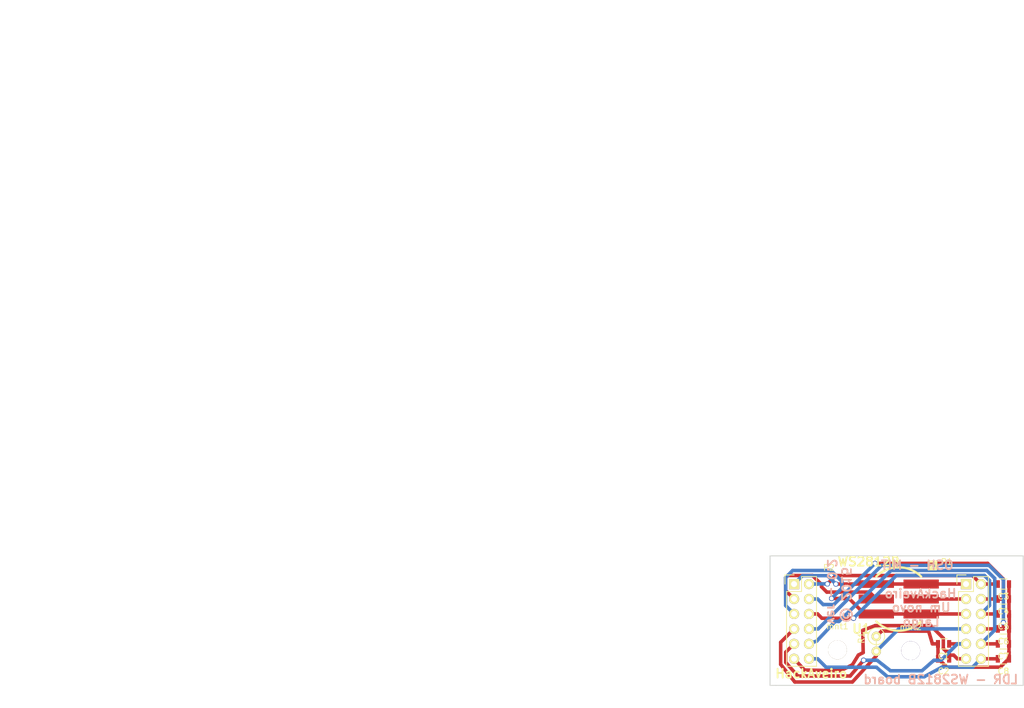
<source format=kicad_pcb>
(kicad_pcb (version 4) (host pcbnew "(2014-08-21 BZR 5087)-product")

  (general
    (links 34)
    (no_connects 0)
    (area 127.924999 92.924999 171.075001 115.075001)
    (thickness 1.6)
    (drawings 14)
    (tracks 146)
    (zones 0)
    (modules 15)
    (nets 15)
  )

  (page A4)
  (layers
    (0 F.Cu signal)
    (31 B.Cu signal)
    (32 B.Adhes user)
    (33 F.Adhes user)
    (34 B.Paste user)
    (35 F.Paste user)
    (36 B.SilkS user)
    (37 F.SilkS user)
    (38 B.Mask user)
    (39 F.Mask user)
    (40 Dwgs.User user)
    (41 Cmts.User user)
    (42 Eco1.User user)
    (43 Eco2.User user)
    (44 Edge.Cuts user)
    (45 Margin user)
    (46 B.CrtYd user)
    (47 F.CrtYd user)
    (48 B.Fab user hide)
    (49 F.Fab user hide)
  )

  (setup
    (last_trace_width 0.6)
    (trace_clearance 0.254)
    (zone_clearance 0.6)
    (zone_45_only no)
    (trace_min 0.254)
    (segment_width 0.2)
    (edge_width 0.15)
    (via_size 0.889)
    (via_drill 0.635)
    (via_min_size 0.889)
    (via_min_drill 0.508)
    (uvia_size 0.508)
    (uvia_drill 0.127)
    (uvias_allowed no)
    (uvia_min_size 0.508)
    (uvia_min_drill 0.127)
    (pcb_text_width 0.3)
    (pcb_text_size 1.5 1.5)
    (mod_edge_width 0.15)
    (mod_text_size 1.5 1.5)
    (mod_text_width 0.15)
    (pad_size 3.2 3.2)
    (pad_drill 3.2)
    (pad_to_mask_clearance 0.2)
    (aux_axis_origin 0 0)
    (visible_elements FFFFFF7F)
    (pcbplotparams
      (layerselection 0x010f0_80000001)
      (usegerberextensions false)
      (excludeedgelayer true)
      (linewidth 0.100000)
      (plotframeref false)
      (viasonmask false)
      (mode 1)
      (useauxorigin false)
      (hpglpennumber 1)
      (hpglpenspeed 20)
      (hpglpendiameter 15)
      (hpglpenoverlay 2)
      (psnegative false)
      (psa4output false)
      (plotreference true)
      (plotvalue true)
      (plotinvisibletext false)
      (padsonsilk false)
      (subtractmaskfromsilk false)
      (outputformat 1)
      (mirror false)
      (drillshape 0)
      (scaleselection 1)
      (outputdirectory gerber/))
  )

  (net 0 "")
  (net 1 "Net-(C1-Pad1)")
  (net 2 LDR_OUT)
  (net 3 "Net-(C2-Pad1)")
  (net 4 "Net-(C3-Pad2)")
  (net 5 "Net-(C4-Pad2)")
  (net 6 "Net-(C5-Pad2)")
  (net 7 "Net-(C6-Pad2)")
  (net 8 "Net-(C7-Pad2)")
  (net 9 "Net-(C8-Pad2)")
  (net 10 Data_OUT)
  (net 11 VCC)
  (net 12 Data_IN)
  (net 13 GND)
  (net 14 LDR_GND)

  (net_class Default "Esta é a classe de net default."
    (clearance 0.254)
    (trace_width 0.6)
    (via_dia 0.889)
    (via_drill 0.635)
    (uvia_dia 0.508)
    (uvia_drill 0.127)
    (add_net Data_IN)
    (add_net Data_OUT)
    (add_net GND)
    (add_net LDR_GND)
    (add_net LDR_OUT)
    (add_net "Net-(C1-Pad1)")
    (add_net "Net-(C2-Pad1)")
    (add_net "Net-(C3-Pad2)")
    (add_net "Net-(C4-Pad2)")
    (add_net "Net-(C5-Pad2)")
    (add_net "Net-(C6-Pad2)")
    (add_net "Net-(C7-Pad2)")
    (add_net "Net-(C8-Pad2)")
    (add_net VCC)
  )

  (module LOGO (layer F.Cu) (tedit 5503434C) (tstamp 55034356)
    (at 0 0)
    (fp_text reference G*** (at 0 0) (layer F.SilkS) hide
      (effects (font (thickness 0.3)))
    )
    (fp_text value LOGO (at 3.81 2.54) (layer F.SilkS) hide
      (effects (font (thickness 0.3)))
    )
  )

  (module Pin_Headers:Pin_Header_Straight_2x06 (layer F.Cu) (tedit 55033D70) (tstamp 550345F0)
    (at 161.29 97.79)
    (descr "Through hole pin header")
    (tags "pin header")
    (path /54F63DA4)
    (fp_text reference P1 (at -3.29 -3.79) (layer F.SilkS)
      (effects (font (size 1 1) (thickness 0.15)))
    )
    (fp_text value INPUT (at 2.71 -2.79) (layer F.Fab)
      (effects (font (size 1 1) (thickness 0.15)))
    )
    (fp_line (start -1.75 -1.75) (end -1.75 14.45) (layer F.CrtYd) (width 0.05))
    (fp_line (start 4.3 -1.75) (end 4.3 14.45) (layer F.CrtYd) (width 0.05))
    (fp_line (start -1.75 -1.75) (end 4.3 -1.75) (layer F.CrtYd) (width 0.05))
    (fp_line (start -1.75 14.45) (end 4.3 14.45) (layer F.CrtYd) (width 0.05))
    (fp_line (start 3.81 13.97) (end 3.81 -1.27) (layer F.SilkS) (width 0.15))
    (fp_line (start -1.27 1.27) (end -1.27 13.97) (layer F.SilkS) (width 0.15))
    (fp_line (start 3.81 13.97) (end -1.27 13.97) (layer F.SilkS) (width 0.15))
    (fp_line (start 3.81 -1.27) (end 1.27 -1.27) (layer F.SilkS) (width 0.15))
    (fp_line (start 0 -1.55) (end -1.55 -1.55) (layer F.SilkS) (width 0.15))
    (fp_line (start 1.27 -1.27) (end 1.27 1.27) (layer F.SilkS) (width 0.15))
    (fp_line (start 1.27 1.27) (end -1.27 1.27) (layer F.SilkS) (width 0.15))
    (fp_line (start -1.55 -1.55) (end -1.55 0) (layer F.SilkS) (width 0.15))
    (pad 1 thru_hole rect (at 0 0) (size 1.7272 1.7272) (drill 1.016) (layers *.Cu *.Mask F.SilkS)
      (net 11 VCC))
    (pad 2 thru_hole oval (at 2.54 0) (size 1.7272 1.7272) (drill 1.016) (layers *.Cu *.Mask F.SilkS)
      (net 4 "Net-(C3-Pad2)"))
    (pad 3 thru_hole oval (at 0 2.54) (size 1.7272 1.7272) (drill 1.016) (layers *.Cu *.Mask F.SilkS)
      (net 12 Data_IN))
    (pad 4 thru_hole oval (at 2.54 2.54) (size 1.7272 1.7272) (drill 1.016) (layers *.Cu *.Mask F.SilkS)
      (net 5 "Net-(C4-Pad2)"))
    (pad 5 thru_hole oval (at 0 5.08) (size 1.7272 1.7272) (drill 1.016) (layers *.Cu *.Mask F.SilkS)
      (net 13 GND))
    (pad 6 thru_hole oval (at 2.54 5.08) (size 1.7272 1.7272) (drill 1.016) (layers *.Cu *.Mask F.SilkS)
      (net 6 "Net-(C5-Pad2)"))
    (pad 7 thru_hole oval (at 0 7.62) (size 1.7272 1.7272) (drill 1.016) (layers *.Cu *.Mask F.SilkS)
      (net 14 LDR_GND))
    (pad 8 thru_hole oval (at 2.54 7.62) (size 1.7272 1.7272) (drill 1.016) (layers *.Cu *.Mask F.SilkS)
      (net 7 "Net-(C6-Pad2)"))
    (pad 9 thru_hole oval (at 0 10.16) (size 1.7272 1.7272) (drill 1.016) (layers *.Cu *.Mask F.SilkS)
      (net 1 "Net-(C1-Pad1)"))
    (pad 10 thru_hole oval (at 2.54 10.16) (size 1.7272 1.7272) (drill 1.016) (layers *.Cu *.Mask F.SilkS)
      (net 8 "Net-(C7-Pad2)"))
    (pad 11 thru_hole oval (at 0 12.7) (size 1.7272 1.7272) (drill 1.016) (layers *.Cu *.Mask F.SilkS)
      (net 3 "Net-(C2-Pad1)"))
    (pad 12 thru_hole oval (at 2.54 12.7) (size 1.7272 1.7272) (drill 1.016) (layers *.Cu *.Mask F.SilkS)
      (net 9 "Net-(C8-Pad2)"))
    (model Pin_Headers.3dshapes/Pin_Header_Straight_2x06.wrl
      (at (xyz 0.05 -0.25 0))
      (scale (xyz 1 1 1))
      (rotate (xyz 0 0 90))
    )
  )

  (module Pin_Headers:Pin_Header_Straight_2x06 (layer F.Cu) (tedit 55033D7D) (tstamp 550336F7)
    (at 132.08 97.79)
    (descr "Through hole pin header")
    (tags "pin header")
    (path /54F63F7D)
    (fp_text reference P2 (at 5.92 -2.79) (layer F.SilkS)
      (effects (font (size 1 1) (thickness 0.15)))
    )
    (fp_text value OUTPUT (at 0 -3.1) (layer F.Fab)
      (effects (font (size 1 1) (thickness 0.15)))
    )
    (fp_line (start -1.75 -1.75) (end -1.75 14.45) (layer F.CrtYd) (width 0.05))
    (fp_line (start 4.3 -1.75) (end 4.3 14.45) (layer F.CrtYd) (width 0.05))
    (fp_line (start -1.75 -1.75) (end 4.3 -1.75) (layer F.CrtYd) (width 0.05))
    (fp_line (start -1.75 14.45) (end 4.3 14.45) (layer F.CrtYd) (width 0.05))
    (fp_line (start 3.81 13.97) (end 3.81 -1.27) (layer F.SilkS) (width 0.15))
    (fp_line (start -1.27 1.27) (end -1.27 13.97) (layer F.SilkS) (width 0.15))
    (fp_line (start 3.81 13.97) (end -1.27 13.97) (layer F.SilkS) (width 0.15))
    (fp_line (start 3.81 -1.27) (end 1.27 -1.27) (layer F.SilkS) (width 0.15))
    (fp_line (start 0 -1.55) (end -1.55 -1.55) (layer F.SilkS) (width 0.15))
    (fp_line (start 1.27 -1.27) (end 1.27 1.27) (layer F.SilkS) (width 0.15))
    (fp_line (start 1.27 1.27) (end -1.27 1.27) (layer F.SilkS) (width 0.15))
    (fp_line (start -1.55 -1.55) (end -1.55 0) (layer F.SilkS) (width 0.15))
    (pad 1 thru_hole rect (at 0 0) (size 1.7272 1.7272) (drill 1.016) (layers *.Cu *.Mask F.SilkS)
      (net 11 VCC))
    (pad 2 thru_hole oval (at 2.54 0) (size 1.7272 1.7272) (drill 1.016) (layers *.Cu *.Mask F.SilkS)
      (net 4 "Net-(C3-Pad2)"))
    (pad 3 thru_hole oval (at 0 2.54) (size 1.7272 1.7272) (drill 1.016) (layers *.Cu *.Mask F.SilkS)
      (net 10 Data_OUT))
    (pad 4 thru_hole oval (at 2.54 2.54) (size 1.7272 1.7272) (drill 1.016) (layers *.Cu *.Mask F.SilkS)
      (net 5 "Net-(C4-Pad2)"))
    (pad 5 thru_hole oval (at 0 5.08) (size 1.7272 1.7272) (drill 1.016) (layers *.Cu *.Mask F.SilkS)
      (net 13 GND))
    (pad 6 thru_hole oval (at 2.54 5.08) (size 1.7272 1.7272) (drill 1.016) (layers *.Cu *.Mask F.SilkS)
      (net 6 "Net-(C5-Pad2)"))
    (pad 7 thru_hole oval (at 0 7.62) (size 1.7272 1.7272) (drill 1.016) (layers *.Cu *.Mask F.SilkS)
      (net 14 LDR_GND))
    (pad 8 thru_hole oval (at 2.54 7.62) (size 1.7272 1.7272) (drill 1.016) (layers *.Cu *.Mask F.SilkS)
      (net 7 "Net-(C6-Pad2)"))
    (pad 9 thru_hole oval (at 0 10.16) (size 1.7272 1.7272) (drill 1.016) (layers *.Cu *.Mask F.SilkS)
      (net 1 "Net-(C1-Pad1)"))
    (pad 10 thru_hole oval (at 2.54 10.16) (size 1.7272 1.7272) (drill 1.016) (layers *.Cu *.Mask F.SilkS)
      (net 8 "Net-(C7-Pad2)"))
    (pad 11 thru_hole oval (at 0 12.7) (size 1.7272 1.7272) (drill 1.016) (layers *.Cu *.Mask F.SilkS)
      (net 3 "Net-(C2-Pad1)"))
    (pad 12 thru_hole oval (at 2.54 12.7) (size 1.7272 1.7272) (drill 1.016) (layers *.Cu *.Mask F.SilkS)
      (net 9 "Net-(C8-Pad2)"))
    (model Pin_Headers.3dshapes/Pin_Header_Straight_2x06.wrl
      (at (xyz 0.05 -0.25 0))
      (scale (xyz 1 1 1))
      (rotate (xyz 0 0 90))
    )
  )

  (module Discret:R1 (layer F.Cu) (tedit 550339EA) (tstamp 550336FF)
    (at 146.05 107.95 270)
    (descr "Resistance verticale")
    (tags R)
    (path /54C7CC88)
    (fp_text reference R1 (at -1.016 2.54 270) (layer F.SilkS)
      (effects (font (size 1 1) (thickness 0.15)))
    )
    (fp_text value RVAR (at -1.143 2.54 270) (layer F.Fab)
      (effects (font (size 1 1) (thickness 0.15)))
    )
    (fp_line (start -1.27 0) (end 1.27 0) (layer F.SilkS) (width 0.15))
    (fp_circle (center -1.27 0) (end -0.635 1.27) (layer F.SilkS) (width 0.15))
    (pad 1 thru_hole circle (at -1.27 0 270) (size 1.6 1.6) (drill 0.8128) (layers *.Cu *.Mask F.SilkS)
      (net 2 LDR_OUT))
    (pad 2 thru_hole circle (at 1.27 0 270) (size 1.6 1.6) (drill 0.8128) (layers *.Cu *.Mask F.SilkS)
      (net 14 LDR_GND))
    (model Discret.3dshapes/R1.wrl
      (at (xyz 0 0 0))
      (scale (xyz 1 1 1))
      (rotate (xyz 0 0 0))
    )
  )

  (module u:u (layer F.Cu) (tedit 54C7A931) (tstamp 55033713)
    (at 149.86 100.33)
    (path /54C7CA2B)
    (fp_text reference U1 (at -6.35 5.08) (layer F.SilkS)
      (effects (font (thickness 0.3048)))
    )
    (fp_text value WS2812B (at -5.08 -6.35) (layer F.SilkS)
      (effects (font (thickness 0.3048)))
    )
    (fp_line (start 5.08 -6.35) (end 5.08 -5.08) (layer F.SilkS) (width 0.381))
    (fp_line (start 5.08 -5.08) (end 6.35 -5.08) (layer F.SilkS) (width 0.381))
    (fp_line (start 6.35 -5.08) (end 6.35 -6.35) (layer F.SilkS) (width 0.381))
    (fp_line (start 6.35 -6.35) (end 5.08 -5.08) (layer F.SilkS) (width 0.381))
    (fp_line (start 5.08 -5.08) (end 5.08 -6.35) (layer F.SilkS) (width 0.381))
    (fp_line (start 6.35 -6.35) (end 6.35 -5.08) (layer F.SilkS) (width 0.381))
    (fp_line (start 5.08 -6.35) (end 6.35 -6.35) (layer F.SilkS) (width 0.381))
    (fp_line (start 5.08 -5.08) (end 6.35 -5.08) (layer F.SilkS) (width 0.381))
    (fp_arc (start 0 0) (end -3.81 -3.81) (angle 90) (layer F.SilkS) (width 0.381))
    (fp_arc (start 0 0) (end 3.81 3.81) (angle 90) (layer F.SilkS) (width 0.381))
    (pad 1 smd rect (at 3.81 -2.54) (size 5.99948 1.524) (layers F.Cu F.Paste F.Mask)
      (net 11 VCC))
    (pad 2 smd rect (at 3.81 0) (size 5.99948 1.524) (layers F.Cu F.Paste F.Mask)
      (net 12 Data_IN))
    (pad 3 smd rect (at 3.81 2.54) (size 5.99948 1.524) (layers F.Cu F.Paste F.Mask)
      (net 13 GND))
    (pad 4 smd rect (at -3.81 2.54) (size 5.99948 1.524) (layers F.Cu F.Paste F.Mask)
      (net 13 GND))
    (pad 5 smd rect (at -3.81 0) (size 5.99948 1.524) (layers F.Cu F.Paste F.Mask)
      (net 10 Data_OUT))
    (pad 6 smd rect (at -3.81 -2.54) (size 5.99948 1.30048) (layers F.Cu F.Paste F.Mask)
      (net 11 VCC))
  )

  (module Resistors_SMD:R_0805 (layer F.Cu) (tedit 5415CDEB) (tstamp 55033844)
    (at 157.48 107.95 180)
    (descr "Resistor SMD 0805, reflow soldering, Vishay (see dcrcw.pdf)")
    (tags "resistor 0805")
    (path /54C7CDA7)
    (attr smd)
    (fp_text reference C1 (at 0 -2.1 180) (layer F.SilkS)
      (effects (font (size 1 1) (thickness 0.15)))
    )
    (fp_text value C (at 0 2.1 180) (layer F.Fab)
      (effects (font (size 1 1) (thickness 0.15)))
    )
    (fp_line (start -1.6 -1) (end 1.6 -1) (layer F.CrtYd) (width 0.05))
    (fp_line (start -1.6 1) (end 1.6 1) (layer F.CrtYd) (width 0.05))
    (fp_line (start -1.6 -1) (end -1.6 1) (layer F.CrtYd) (width 0.05))
    (fp_line (start 1.6 -1) (end 1.6 1) (layer F.CrtYd) (width 0.05))
    (fp_line (start 0.6 0.875) (end -0.6 0.875) (layer F.SilkS) (width 0.15))
    (fp_line (start -0.6 -0.875) (end 0.6 -0.875) (layer F.SilkS) (width 0.15))
    (pad 1 smd rect (at -0.95 0 180) (size 0.7 1.3) (layers F.Cu F.Paste F.Mask)
      (net 1 "Net-(C1-Pad1)"))
    (pad 2 smd rect (at 0.95 0 180) (size 0.7 1.3) (layers F.Cu F.Paste F.Mask)
      (net 2 LDR_OUT))
    (model Resistors_SMD.3dshapes/R_0805.wrl
      (at (xyz 0 0 0))
      (scale (xyz 1 1 1))
      (rotate (xyz 0 0 0))
    )
  )

  (module Resistors_SMD:R_0805 (layer F.Cu) (tedit 5415CDEB) (tstamp 5503384F)
    (at 157.48 110.49 180)
    (descr "Resistor SMD 0805, reflow soldering, Vishay (see dcrcw.pdf)")
    (tags "resistor 0805")
    (path /54C7CDA4)
    (attr smd)
    (fp_text reference C2 (at 0 -2.1 180) (layer F.SilkS)
      (effects (font (size 1 1) (thickness 0.15)))
    )
    (fp_text value C (at 0 2.1 180) (layer F.Fab)
      (effects (font (size 1 1) (thickness 0.15)))
    )
    (fp_line (start -1.6 -1) (end 1.6 -1) (layer F.CrtYd) (width 0.05))
    (fp_line (start -1.6 1) (end 1.6 1) (layer F.CrtYd) (width 0.05))
    (fp_line (start -1.6 -1) (end -1.6 1) (layer F.CrtYd) (width 0.05))
    (fp_line (start 1.6 -1) (end 1.6 1) (layer F.CrtYd) (width 0.05))
    (fp_line (start 0.6 0.875) (end -0.6 0.875) (layer F.SilkS) (width 0.15))
    (fp_line (start -0.6 -0.875) (end 0.6 -0.875) (layer F.SilkS) (width 0.15))
    (pad 1 smd rect (at -0.95 0 180) (size 0.7 1.3) (layers F.Cu F.Paste F.Mask)
      (net 3 "Net-(C2-Pad1)"))
    (pad 2 smd rect (at 0.95 0 180) (size 0.7 1.3) (layers F.Cu F.Paste F.Mask)
      (net 2 LDR_OUT))
    (model Resistors_SMD.3dshapes/R_0805.wrl
      (at (xyz 0 0 0))
      (scale (xyz 1 1 1))
      (rotate (xyz 0 0 0))
    )
  )

  (module Resistors_SMD:R_0805 (layer F.Cu) (tedit 5415CDEB) (tstamp 5503385A)
    (at 167.64 97.79 180)
    (descr "Resistor SMD 0805, reflow soldering, Vishay (see dcrcw.pdf)")
    (tags "resistor 0805")
    (path /54C7CDA1)
    (attr smd)
    (fp_text reference C3 (at 0 -2.1 180) (layer F.SilkS)
      (effects (font (size 1 1) (thickness 0.15)))
    )
    (fp_text value C (at 0 2.1 180) (layer F.Fab)
      (effects (font (size 1 1) (thickness 0.15)))
    )
    (fp_line (start -1.6 -1) (end 1.6 -1) (layer F.CrtYd) (width 0.05))
    (fp_line (start -1.6 1) (end 1.6 1) (layer F.CrtYd) (width 0.05))
    (fp_line (start -1.6 -1) (end -1.6 1) (layer F.CrtYd) (width 0.05))
    (fp_line (start 1.6 -1) (end 1.6 1) (layer F.CrtYd) (width 0.05))
    (fp_line (start 0.6 0.875) (end -0.6 0.875) (layer F.SilkS) (width 0.15))
    (fp_line (start -0.6 -0.875) (end 0.6 -0.875) (layer F.SilkS) (width 0.15))
    (pad 1 smd rect (at -0.95 0 180) (size 0.7 1.3) (layers F.Cu F.Paste F.Mask)
      (net 2 LDR_OUT))
    (pad 2 smd rect (at 0.95 0 180) (size 0.7 1.3) (layers F.Cu F.Paste F.Mask)
      (net 4 "Net-(C3-Pad2)"))
    (model Resistors_SMD.3dshapes/R_0805.wrl
      (at (xyz 0 0 0))
      (scale (xyz 1 1 1))
      (rotate (xyz 0 0 0))
    )
  )

  (module Resistors_SMD:R_0805 (layer F.Cu) (tedit 5415CDEB) (tstamp 55033865)
    (at 167.64 100.33 180)
    (descr "Resistor SMD 0805, reflow soldering, Vishay (see dcrcw.pdf)")
    (tags "resistor 0805")
    (path /54C7CCD7)
    (attr smd)
    (fp_text reference C4 (at 0 -2.1 180) (layer F.SilkS)
      (effects (font (size 1 1) (thickness 0.15)))
    )
    (fp_text value C (at 0 2.1 180) (layer F.Fab)
      (effects (font (size 1 1) (thickness 0.15)))
    )
    (fp_line (start -1.6 -1) (end 1.6 -1) (layer F.CrtYd) (width 0.05))
    (fp_line (start -1.6 1) (end 1.6 1) (layer F.CrtYd) (width 0.05))
    (fp_line (start -1.6 -1) (end -1.6 1) (layer F.CrtYd) (width 0.05))
    (fp_line (start 1.6 -1) (end 1.6 1) (layer F.CrtYd) (width 0.05))
    (fp_line (start 0.6 0.875) (end -0.6 0.875) (layer F.SilkS) (width 0.15))
    (fp_line (start -0.6 -0.875) (end 0.6 -0.875) (layer F.SilkS) (width 0.15))
    (pad 1 smd rect (at -0.95 0 180) (size 0.7 1.3) (layers F.Cu F.Paste F.Mask)
      (net 2 LDR_OUT))
    (pad 2 smd rect (at 0.95 0 180) (size 0.7 1.3) (layers F.Cu F.Paste F.Mask)
      (net 5 "Net-(C4-Pad2)"))
    (model Resistors_SMD.3dshapes/R_0805.wrl
      (at (xyz 0 0 0))
      (scale (xyz 1 1 1))
      (rotate (xyz 0 0 0))
    )
  )

  (module Resistors_SMD:R_0805 (layer F.Cu) (tedit 5415CDEB) (tstamp 55033870)
    (at 167.64 102.87 180)
    (descr "Resistor SMD 0805, reflow soldering, Vishay (see dcrcw.pdf)")
    (tags "resistor 0805")
    (path /54C7CD1D)
    (attr smd)
    (fp_text reference C5 (at 0 -2.1 180) (layer F.SilkS)
      (effects (font (size 1 1) (thickness 0.15)))
    )
    (fp_text value C (at 0 2.1 180) (layer F.Fab)
      (effects (font (size 1 1) (thickness 0.15)))
    )
    (fp_line (start -1.6 -1) (end 1.6 -1) (layer F.CrtYd) (width 0.05))
    (fp_line (start -1.6 1) (end 1.6 1) (layer F.CrtYd) (width 0.05))
    (fp_line (start -1.6 -1) (end -1.6 1) (layer F.CrtYd) (width 0.05))
    (fp_line (start 1.6 -1) (end 1.6 1) (layer F.CrtYd) (width 0.05))
    (fp_line (start 0.6 0.875) (end -0.6 0.875) (layer F.SilkS) (width 0.15))
    (fp_line (start -0.6 -0.875) (end 0.6 -0.875) (layer F.SilkS) (width 0.15))
    (pad 1 smd rect (at -0.95 0 180) (size 0.7 1.3) (layers F.Cu F.Paste F.Mask)
      (net 2 LDR_OUT))
    (pad 2 smd rect (at 0.95 0 180) (size 0.7 1.3) (layers F.Cu F.Paste F.Mask)
      (net 6 "Net-(C5-Pad2)"))
    (model Resistors_SMD.3dshapes/R_0805.wrl
      (at (xyz 0 0 0))
      (scale (xyz 1 1 1))
      (rotate (xyz 0 0 0))
    )
  )

  (module Resistors_SMD:R_0805 (layer F.Cu) (tedit 5415CDEB) (tstamp 5503387B)
    (at 167.64 105.41 180)
    (descr "Resistor SMD 0805, reflow soldering, Vishay (see dcrcw.pdf)")
    (tags "resistor 0805")
    (path /54C7CCFB)
    (attr smd)
    (fp_text reference C6 (at 0 -2.1 180) (layer F.SilkS)
      (effects (font (size 1 1) (thickness 0.15)))
    )
    (fp_text value C (at 0 2.1 180) (layer F.Fab)
      (effects (font (size 1 1) (thickness 0.15)))
    )
    (fp_line (start -1.6 -1) (end 1.6 -1) (layer F.CrtYd) (width 0.05))
    (fp_line (start -1.6 1) (end 1.6 1) (layer F.CrtYd) (width 0.05))
    (fp_line (start -1.6 -1) (end -1.6 1) (layer F.CrtYd) (width 0.05))
    (fp_line (start 1.6 -1) (end 1.6 1) (layer F.CrtYd) (width 0.05))
    (fp_line (start 0.6 0.875) (end -0.6 0.875) (layer F.SilkS) (width 0.15))
    (fp_line (start -0.6 -0.875) (end 0.6 -0.875) (layer F.SilkS) (width 0.15))
    (pad 1 smd rect (at -0.95 0 180) (size 0.7 1.3) (layers F.Cu F.Paste F.Mask)
      (net 2 LDR_OUT))
    (pad 2 smd rect (at 0.95 0 180) (size 0.7 1.3) (layers F.Cu F.Paste F.Mask)
      (net 7 "Net-(C6-Pad2)"))
    (model Resistors_SMD.3dshapes/R_0805.wrl
      (at (xyz 0 0 0))
      (scale (xyz 1 1 1))
      (rotate (xyz 0 0 0))
    )
  )

  (module Resistors_SMD:R_0805 (layer F.Cu) (tedit 5415CDEB) (tstamp 55033A71)
    (at 167.64 107.95 180)
    (descr "Resistor SMD 0805, reflow soldering, Vishay (see dcrcw.pdf)")
    (tags "resistor 0805")
    (path /54C7CD1A)
    (attr smd)
    (fp_text reference C7 (at 0 -2.1 180) (layer F.SilkS)
      (effects (font (size 1 1) (thickness 0.15)))
    )
    (fp_text value C (at 0 2.1 180) (layer F.Fab)
      (effects (font (size 1 1) (thickness 0.15)))
    )
    (fp_line (start -1.6 -1) (end 1.6 -1) (layer F.CrtYd) (width 0.05))
    (fp_line (start -1.6 1) (end 1.6 1) (layer F.CrtYd) (width 0.05))
    (fp_line (start -1.6 -1) (end -1.6 1) (layer F.CrtYd) (width 0.05))
    (fp_line (start 1.6 -1) (end 1.6 1) (layer F.CrtYd) (width 0.05))
    (fp_line (start 0.6 0.875) (end -0.6 0.875) (layer F.SilkS) (width 0.15))
    (fp_line (start -0.6 -0.875) (end 0.6 -0.875) (layer F.SilkS) (width 0.15))
    (pad 1 smd rect (at -0.95 0 180) (size 0.7 1.3) (layers F.Cu F.Paste F.Mask)
      (net 2 LDR_OUT))
    (pad 2 smd rect (at 0.95 0 180) (size 0.7 1.3) (layers F.Cu F.Paste F.Mask)
      (net 8 "Net-(C7-Pad2)"))
    (model Resistors_SMD.3dshapes/R_0805.wrl
      (at (xyz 0 0 0))
      (scale (xyz 1 1 1))
      (rotate (xyz 0 0 0))
    )
  )

  (module Resistors_SMD:R_0805 (layer F.Cu) (tedit 5415CDEB) (tstamp 55033891)
    (at 167.64 110.49 180)
    (descr "Resistor SMD 0805, reflow soldering, Vishay (see dcrcw.pdf)")
    (tags "resistor 0805")
    (path /54C7CCFF)
    (attr smd)
    (fp_text reference C8 (at 0 -2.1 180) (layer F.SilkS)
      (effects (font (size 1 1) (thickness 0.15)))
    )
    (fp_text value C (at 0 2.1 180) (layer F.Fab)
      (effects (font (size 1 1) (thickness 0.15)))
    )
    (fp_line (start -1.6 -1) (end 1.6 -1) (layer F.CrtYd) (width 0.05))
    (fp_line (start -1.6 1) (end 1.6 1) (layer F.CrtYd) (width 0.05))
    (fp_line (start -1.6 -1) (end -1.6 1) (layer F.CrtYd) (width 0.05))
    (fp_line (start 1.6 -1) (end 1.6 1) (layer F.CrtYd) (width 0.05))
    (fp_line (start 0.6 0.875) (end -0.6 0.875) (layer F.SilkS) (width 0.15))
    (fp_line (start -0.6 -0.875) (end 0.6 -0.875) (layer F.SilkS) (width 0.15))
    (pad 1 smd rect (at -0.95 0 180) (size 0.7 1.3) (layers F.Cu F.Paste F.Mask)
      (net 2 LDR_OUT))
    (pad 2 smd rect (at 0.95 0 180) (size 0.7 1.3) (layers F.Cu F.Paste F.Mask)
      (net 9 "Net-(C8-Pad2)"))
    (model Resistors_SMD.3dshapes/R_0805.wrl
      (at (xyz 0 0 0))
      (scale (xyz 1 1 1))
      (rotate (xyz 0 0 0))
    )
  )

  (module Mounting_Holes:MountingHole_3mm (layer F.Cu) (tedit 5505C114) (tstamp 5505B842)
    (at 139.446 108.966)
    (descr "Mounting hole, Befestigungsbohrung, 3mm, No Annular, Kein Restring,")
    (tags "Mounting hole, Befestigungsbohrung, 3mm, No Annular, Kein Restring,")
    (fp_text reference mnt1 (at 0 -4.0005) (layer F.SilkS)
      (effects (font (size 1 1) (thickness 0.15)))
    )
    (fp_text value "" (at 4.318 5.588) (layer F.Fab)
      (effects (font (size 1 1) (thickness 0.15)))
    )
    (fp_circle (center 0 0) (end 2.99974 0) (layer Cmts.User) (width 0.381))
    (pad "" thru_hole circle (at 0 0) (size 3.2 3.2) (drill 3.2) (layers *.Cu *.Mask F.SilkS))
  )

  (module Mounting_Holes:MountingHole_3mm (layer F.Cu) (tedit 5505C104) (tstamp 5505BD04)
    (at 151.892 109.093)
    (descr "Mounting hole, Befestigungsbohrung, 3mm, No Annular, Kein Restring,")
    (tags "Mounting hole, Befestigungsbohrung, 3mm, No Annular, Kein Restring,")
    (fp_text reference mnt2 (at 0 -4.0005) (layer F.SilkS)
      (effects (font (size 1 1) (thickness 0.15)))
    )
    (fp_text value "" (at 1.00076 5.00126) (layer F.Fab)
      (effects (font (size 1 1) (thickness 0.15)))
    )
    (fp_circle (center 0 0) (end 2.99974 0) (layer Cmts.User) (width 0.381))
    (pad "" thru_hole circle (at 0 0) (size 3.2 3.2) (drill 3.2) (layers *.Cu))
  )

  (dimension 5.081587 (width 0.3) (layer Cmts.User)
    (gr_text 5,082mm (at 133.558334 119.394887 1.432096184) (layer Cmts.User)
      (effects (font (size 1.5 1.5) (thickness 0.3)))
    )
    (feature1 (pts (xy 136.017 116.078) (xy 136.132074 120.680966)))
    (feature2 (pts (xy 130.937 116.205) (xy 131.052074 120.807966)))
    (crossbar (pts (xy 130.984595 118.108809) (xy 136.064595 117.981809)))
    (arrow1a (pts (xy 136.064595 117.981809) (xy 134.953099 118.5962)))
    (arrow1b (pts (xy 136.064595 117.981809) (xy 134.923787 117.423725)))
    (arrow2a (pts (xy 130.984595 118.108809) (xy 132.125403 118.666893)))
    (arrow2b (pts (xy 130.984595 118.108809) (xy 132.096091 117.494418)))
  )
  (dimension 15.750048 (width 0.3) (layer Cmts.User)
    (gr_text 15,750mm (at 124.12862 103.805312 270.9240454) (layer Cmts.User)
      (effects (font (size 1.5 1.5) (thickness 0.3)))
    )
    (feature1 (pts (xy 127.127 111.633) (xy 122.905796 111.701084)))
    (feature2 (pts (xy 126.873 95.885) (xy 122.651796 95.953084)))
    (crossbar (pts (xy 125.351445 95.909541) (xy 125.605445 111.657541)))
    (arrow1a (pts (xy 125.605445 111.657541) (xy 125.000933 110.540641)))
    (arrow1b (pts (xy 125.605445 111.657541) (xy 126.173622 110.521727)))
    (arrow2a (pts (xy 125.351445 95.909541) (xy 124.783268 97.045355)))
    (arrow2b (pts (xy 125.351445 95.909541) (xy 125.955957 97.026441)))
  )
  (gr_text "Um novo\nLargo" (at 153.67 102.997) (layer B.SilkS)
    (effects (font (size 1.5 1.5) (thickness 0.3)) (justify mirror))
  )
  (gr_text "LDR - WS2812B board" (at 157 114) (layer B.SilkS)
    (effects (font (size 1.5 1.5) (thickness 0.3)) (justify mirror))
  )
  (gr_text "© 2015 \nver - 0.2" (at 139.7 99.06 270) (layer B.SilkS)
    (effects (font (size 1.5 1.5) (thickness 0.3)) (justify mirror))
  )
  (gr_text "OSH - MIT\n\nHackAveiro \n" (at 153 97) (layer B.SilkS)
    (effects (font (size 1.5 1.5) (thickness 0.3)) (justify mirror))
  )
  (gr_text HackAveiro (at 135 113) (layer F.SilkS)
    (effects (font (size 1.5 1.5) (thickness 0.3)))
  )
  (gr_line (start 128 115) (end 128 93) (angle 90) (layer Edge.Cuts) (width 0.15))
  (gr_line (start 129 115) (end 128 115) (angle 90) (layer Edge.Cuts) (width 0.15))
  (gr_line (start 171 115) (end 129 115) (angle 90) (layer Edge.Cuts) (width 0.15))
  (gr_line (start 171 93) (end 128 93) (angle 90) (layer Edge.Cuts) (width 0.15))
  (gr_line (start 171 115) (end 171 93) (angle 90) (layer Edge.Cuts) (width 0.15))
  (dimension 22 (width 0.3) (layer Cmts.User)
    (gr_text 22,000mm (at 120.650001 104 270) (layer Cmts.User)
      (effects (font (size 1.5 1.5) (thickness 0.3)))
    )
    (feature1 (pts (xy 126 115) (xy 119.300001 115)))
    (feature2 (pts (xy 126 93) (xy 119.300001 93)))
    (crossbar (pts (xy 122.000001 93) (xy 122.000001 115)))
    (arrow1a (pts (xy 122.000001 115) (xy 121.41358 113.873496)))
    (arrow1b (pts (xy 122.000001 115) (xy 122.586422 113.873496)))
    (arrow2a (pts (xy 122.000001 93) (xy 121.41358 94.126504)))
    (arrow2b (pts (xy 122.000001 93) (xy 122.586422 94.126504)))
  )
  (dimension 43 (width 0.3) (layer Cmts.User)
    (gr_text 43,000mm (at 149.5 82.65) (layer Cmts.User)
      (effects (font (size 1.5 1.5) (thickness 0.3)))
    )
    (feature1 (pts (xy 171 90) (xy 171 81.3)))
    (feature2 (pts (xy 128 90) (xy 128 81.3)))
    (crossbar (pts (xy 128 84) (xy 171 84)))
    (arrow1a (pts (xy 171 84) (xy 169.873496 84.586421)))
    (arrow1b (pts (xy 171 84) (xy 169.873496 83.413579)))
    (arrow2a (pts (xy 128 84) (xy 129.126504 84.586421)))
    (arrow2b (pts (xy 128 84) (xy 129.126504 83.413579)))
  )

  (via (at 143.8883 110.7343) (size 0.889) (layers F.Cu B.Cu) (net 1))
  (segment (start 158.43 107.95) (end 161.29 107.95) (width 0.6) (layer F.Cu) (net 1))
  (segment (start 157.0421 110.7343) (end 155.829 110.744) (width 0.6) (layer B.Cu) (net 1))
  (segment (start 155.829 110.744) (end 153.797 112.522) (width 0.6) (layer B.Cu) (net 1) (tstamp 5505C36E))
  (segment (start 153.797 112.522) (end 148.463 112.522) (width 0.6) (layer B.Cu) (net 1) (tstamp 5505C372))
  (segment (start 148.463 112.522) (end 146.177 110.7343) (width 0.6) (layer B.Cu) (net 1) (tstamp 5505C37C))
  (segment (start 146.177 110.7343) (end 143.8883 110.7343) (width 0.6) (layer B.Cu) (net 1) (tstamp 5505C379))
  (segment (start 159.8264 107.95) (end 157.0421 110.7343) (width 0.6) (layer B.Cu) (net 1))
  (segment (start 130.6587 109.3713) (end 132.08 107.95) (width 0.6) (layer F.Cu) (net 1))
  (segment (start 130.6587 111.0857) (end 130.6587 109.3713) (width 0.6) (layer F.Cu) (net 1))
  (segment (start 132.715 113.411) (end 130.6587 111.0857) (width 0.6) (layer F.Cu) (net 1))
  (segment (start 141.605 113.411) (end 132.715 113.411) (width 0.6) (layer F.Cu) (net 1))
  (segment (start 143.8883 110.7343) (end 141.605 113.411) (width 0.6) (layer F.Cu) (net 1))
  (segment (start 161.29 107.95) (end 159.8264 107.95) (width 0.6) (layer B.Cu) (net 1))
  (segment (start 168.59 102.87) (end 168.59 100.33) (width 0.6) (layer F.Cu) (net 2))
  (segment (start 168.59 100.33) (end 168.59 97.79) (width 0.6) (layer F.Cu) (net 2))
  (segment (start 146.9632 105.7668) (end 146.05 106.68) (width 0.6) (layer F.Cu) (net 2))
  (segment (start 154.940376 105.790255) (end 146.9632 105.7668) (width 0.6) (layer F.Cu) (net 2))
  (segment (start 155.58 107.95) (end 154.940376 105.790255) (width 0.6) (layer F.Cu) (net 2))
  (segment (start 156.53 107.95) (end 155.58 107.95) (width 0.6) (layer F.Cu) (net 2))
  (segment (start 156.53 110.49) (end 156.7687 110.49) (width 0.6) (layer F.Cu) (net 2))
  (segment (start 156.53 110.2513) (end 156.53 107.95) (width 0.6) (layer F.Cu) (net 2))
  (segment (start 156.7687 110.49) (end 156.53 110.2513) (width 0.6) (layer F.Cu) (net 2))
  (segment (start 156.7687 110.649) (end 156.7687 110.49) (width 0.6) (layer F.Cu) (net 2))
  (segment (start 158.0304 111.9107) (end 156.7687 110.649) (width 0.6) (layer F.Cu) (net 2))
  (segment (start 167.1067 111.9107) (end 158.0304 111.9107) (width 0.6) (layer F.Cu) (net 2))
  (segment (start 168.59 110.4274) (end 167.1067 111.9107) (width 0.6) (layer F.Cu) (net 2))
  (segment (start 168.59 109.3442) (end 168.59 110.4274) (width 0.6) (layer F.Cu) (net 2))
  (segment (start 168.59 110.49) (end 168.59 109.3442) (width 0.6) (layer F.Cu) (net 2))
  (segment (start 168.59 109.3442) (end 168.59 107.95) (width 0.6) (layer F.Cu) (net 2))
  (segment (start 168.59 107.95) (end 168.59 105.41) (width 0.6) (layer F.Cu) (net 2))
  (segment (start 168.6414 102.9214) (end 168.59 102.87) (width 0.6) (layer F.Cu) (net 2))
  (segment (start 168.6414 105.3586) (end 168.6414 102.9214) (width 0.6) (layer F.Cu) (net 2))
  (segment (start 168.59 105.41) (end 168.6414 105.3586) (width 0.6) (layer F.Cu) (net 2))
  (segment (start 158.43 110.49) (end 158.43 109.865) (width 0.6) (layer F.Cu) (net 3))
  (segment (start 158.43 109.865) (end 158.43 109.24) (width 0.6) (layer F.Cu) (net 3))
  (segment (start 159.2014 109.865) (end 159.8264 110.49) (width 0.6) (layer F.Cu) (net 3))
  (segment (start 158.43 109.865) (end 159.2014 109.865) (width 0.6) (layer F.Cu) (net 3))
  (segment (start 161.29 110.49) (end 159.8264 110.49) (width 0.6) (layer F.Cu) (net 3))
  (segment (start 133.858 112.395) (end 132.08 110.49) (width 0.6) (layer F.Cu) (net 3))
  (segment (start 143.002 109.855) (end 141.986 111.506) (width 0.6) (layer F.Cu) (net 3))
  (segment (start 141.986 111.506) (end 139.954 112.522) (width 0.6) (layer F.Cu) (net 3) (tstamp 5505C40E))
  (segment (start 139.954 112.522) (end 133.858 112.395) (width 0.6) (layer F.Cu) (net 3) (tstamp 5505C419))
  (segment (start 145.8515 104.8515) (end 143.756889 105.645236) (width 0.6) (layer F.Cu) (net 3))
  (segment (start 143.756889 105.645236) (end 143.819474 109.436252) (width 0.6) (layer F.Cu) (net 3) (tstamp 5505C1F3))
  (segment (start 143.819474 109.436252) (end 143.002 109.855) (width 0.6) (layer F.Cu) (net 3) (tstamp 5505C1E0))
  (segment (start 155.2913 104.8515) (end 145.8515 104.8515) (width 0.6) (layer F.Cu) (net 3))
  (segment (start 157.4344 106.9946) (end 155.2913 104.8515) (width 0.6) (layer F.Cu) (net 3))
  (segment (start 157.4344 108.7404) (end 157.4344 106.9946) (width 0.6) (layer F.Cu) (net 3))
  (segment (start 157.934 109.24) (end 157.4344 108.7404) (width 0.6) (layer F.Cu) (net 3))
  (segment (start 158.43 109.24) (end 157.934 109.24) (width 0.6) (layer F.Cu) (net 3))
  (via (at 137.7414 97.765) (size 0.889) (layers F.Cu B.Cu) (net 4))
  (segment (start 136.1086 97.765) (end 136.0836 97.79) (width 0.6) (layer B.Cu) (net 4))
  (segment (start 137.7414 97.765) (end 136.1086 97.765) (width 0.6) (layer B.Cu) (net 4))
  (segment (start 134.62 97.79) (end 136.0836 97.79) (width 0.6) (layer B.Cu) (net 4))
  (segment (start 166.69 97.79) (end 163.83 97.79) (width 0.6) (layer F.Cu) (net 4))
  (segment (start 139.1587 96.3477) (end 137.7414 97.765) (width 0.6) (layer F.Cu) (net 4))
  (segment (start 162.3877 96.3477) (end 139.1587 96.3477) (width 0.6) (layer F.Cu) (net 4))
  (segment (start 163.83 97.79) (end 162.3877 96.3477) (width 0.6) (layer F.Cu) (net 4))
  (via (at 145.8275 94.2808) (size 0.889) (layers F.Cu B.Cu) (net 5))
  (segment (start 163.83 100.33) (end 166.69 100.33) (width 0.6) (layer F.Cu) (net 5))
  (segment (start 164.9649 94.2808) (end 145.8275 94.2808) (width 0.6) (layer F.Cu) (net 5))
  (segment (start 167.64 96.9559) (end 164.9649 94.2808) (width 0.6) (layer F.Cu) (net 5))
  (segment (start 167.64 100.33) (end 167.64 96.9559) (width 0.6) (layer F.Cu) (net 5))
  (segment (start 166.69 100.33) (end 167.64 100.33) (width 0.6) (layer F.Cu) (net 5))
  (segment (start 134.62 100.33) (end 136.0836 100.33) (width 0.6) (layer B.Cu) (net 5))
  (segment (start 137.0252 101.2716) (end 136.0836 100.33) (width 0.6) (layer B.Cu) (net 5))
  (segment (start 138.8367 101.2716) (end 137.0252 101.2716) (width 0.6) (layer B.Cu) (net 5))
  (segment (start 145.8275 94.2808) (end 138.8367 101.2716) (width 0.6) (layer B.Cu) (net 5))
  (via (at 142.1824 103.6) (size 0.889) (layers F.Cu B.Cu) (net 6))
  (segment (start 166.69 102.87) (end 163.83 102.87) (width 0.6) (layer F.Cu) (net 6))
  (segment (start 149.4483 96.3341) (end 142.1824 103.6) (width 0.6) (layer B.Cu) (net 6))
  (segment (start 164.4101 96.3341) (end 149.4483 96.3341) (width 0.6) (layer B.Cu) (net 6))
  (segment (start 165.2769 97.2009) (end 164.4101 96.3341) (width 0.6) (layer B.Cu) (net 6))
  (segment (start 165.2769 101.4231) (end 165.2769 97.2009) (width 0.6) (layer B.Cu) (net 6))
  (segment (start 163.83 102.87) (end 165.2769 101.4231) (width 0.6) (layer B.Cu) (net 6))
  (segment (start 136.8136 103.6) (end 136.0836 102.87) (width 0.6) (layer F.Cu) (net 6))
  (segment (start 142.1824 103.6) (end 136.8136 103.6) (width 0.6) (layer F.Cu) (net 6))
  (segment (start 134.62 102.87) (end 136.0836 102.87) (width 0.6) (layer F.Cu) (net 6))
  (via (at 167.64 104.346) (size 0.889) (layers F.Cu B.Cu) (net 7))
  (segment (start 163.83 105.41) (end 166.69 105.41) (width 0.6) (layer F.Cu) (net 7))
  (segment (start 166.69 105.41) (end 167.64 105.41) (width 0.6) (layer F.Cu) (net 7))
  (segment (start 167.64 97.049) (end 167.64 104.346) (width 0.6) (layer B.Cu) (net 7))
  (segment (start 165.211 94.62) (end 167.64 97.049) (width 0.6) (layer B.Cu) (net 7))
  (segment (start 146.9676 94.62) (end 165.211 94.62) (width 0.6) (layer B.Cu) (net 7))
  (segment (start 136.1776 105.41) (end 146.9676 94.62) (width 0.6) (layer B.Cu) (net 7))
  (segment (start 134.62 105.41) (end 136.1776 105.41) (width 0.6) (layer B.Cu) (net 7))
  (segment (start 167.64 105.41) (end 167.64 104.346) (width 0.6) (layer F.Cu) (net 7))
  (segment (start 166.69 107.95) (end 163.83 107.95) (width 0.6) (layer F.Cu) (net 8))
  (segment (start 148.5543 95.4793) (end 139.7 104.14) (width 0.6) (layer B.Cu) (net 8))
  (segment (start 164.8071 95.4793) (end 148.5543 95.4793) (width 0.6) (layer B.Cu) (net 8))
  (segment (start 166.1669 96.8391) (end 164.8071 95.4793) (width 0.6) (layer B.Cu) (net 8))
  (segment (start 166.1669 105.6131) (end 166.1669 96.8391) (width 0.6) (layer B.Cu) (net 8))
  (segment (start 163.83 107.95) (end 166.1669 105.6131) (width 0.6) (layer B.Cu) (net 8))
  (segment (start 134.62 107.95) (end 135.944193 107.462078) (width 0.6) (layer B.Cu) (net 8))
  (segment (start 135.944193 107.462078) (end 139.065 104.14) (width 0.6) (layer B.Cu) (net 8) (tstamp 5505C1CF))
  (segment (start 139.065 104.14) (end 139.7 104.14) (width 0.6) (layer B.Cu) (net 8) (tstamp 5505C1C0))
  (segment (start 166.69 110.49) (end 163.83 110.49) (width 0.6) (layer F.Cu) (net 9))
  (segment (start 137.5149 111.9213) (end 136.0836 110.49) (width 0.6) (layer B.Cu) (net 9))
  (segment (start 162.3987 111.9213) (end 157.226 111.887) (width 0.6) (layer B.Cu) (net 9))
  (segment (start 157.226 111.887) (end 154.178 113.538) (width 0.6) (layer B.Cu) (net 9) (tstamp 5505C334))
  (segment (start 154.178 113.538) (end 147.955 113.538) (width 0.6) (layer B.Cu) (net 9) (tstamp 5505C354))
  (segment (start 147.955 113.538) (end 146.05 111.9213) (width 0.6) (layer B.Cu) (net 9) (tstamp 5505C34A))
  (segment (start 146.05 111.9213) (end 137.5149 111.9213) (width 0.6) (layer B.Cu) (net 9) (tstamp 5505C32F))
  (segment (start 163.83 110.49) (end 162.3987 111.9213) (width 0.6) (layer B.Cu) (net 9))
  (segment (start 134.62 110.49) (end 136.0836 110.49) (width 0.6) (layer B.Cu) (net 9))
  (segment (start 144.879 99.159) (end 146.05 100.33) (width 0.6) (layer F.Cu) (net 10))
  (segment (start 137.6484 99.159) (end 144.879 99.159) (width 0.6) (layer F.Cu) (net 10))
  (segment (start 136.7426 98.2532) (end 137.6484 99.159) (width 0.6) (layer F.Cu) (net 10))
  (segment (start 136.7426 97.872) (end 136.7426 98.2532) (width 0.6) (layer F.Cu) (net 10))
  (segment (start 135.2093 96.3387) (end 136.7426 97.872) (width 0.6) (layer F.Cu) (net 10))
  (segment (start 131.0055 96.3387) (end 135.2093 96.3387) (width 0.6) (layer F.Cu) (net 10))
  (segment (start 130.662 96.6822) (end 131.0055 96.3387) (width 0.6) (layer F.Cu) (net 10))
  (segment (start 130.662 98.912) (end 130.662 96.6822) (width 0.6) (layer F.Cu) (net 10))
  (segment (start 132.08 100.33) (end 130.662 98.912) (width 0.6) (layer F.Cu) (net 10))
  (via (at 139.1853 97.79) (size 0.889) (layers F.Cu B.Cu) (net 11))
  (segment (start 146.05 97.79) (end 153.67 97.79) (width 0.6) (layer F.Cu) (net 11))
  (segment (start 153.67 97.79) (end 161.29 97.79) (width 0.6) (layer F.Cu) (net 11))
  (segment (start 146.05 97.79) (end 142.4503 97.79) (width 0.6) (layer F.Cu) (net 11))
  (segment (start 137.7569 96.3616) (end 139.1853 97.79) (width 0.6) (layer B.Cu) (net 11))
  (segment (start 133.5084 96.3616) (end 137.7569 96.3616) (width 0.6) (layer B.Cu) (net 11))
  (segment (start 132.08 97.79) (end 133.5084 96.3616) (width 0.6) (layer B.Cu) (net 11))
  (segment (start 142.4503 97.79) (end 139.1853 97.79) (width 0.6) (layer F.Cu) (net 11))
  (segment (start 153.67 100.33) (end 161.29 100.33) (width 0.6) (layer F.Cu) (net 12))
  (via (at 138.453 100.2428) (size 0.889) (layers F.Cu B.Cu) (net 13))
  (segment (start 153.67 102.87) (end 161.29 102.87) (width 0.6) (layer F.Cu) (net 13))
  (segment (start 153.67 102.87) (end 146.05 102.87) (width 0.6) (layer F.Cu) (net 13))
  (segment (start 140.1919 98.5039) (end 138.453 100.2428) (width 0.6) (layer B.Cu) (net 13))
  (segment (start 140.1919 97.3411) (end 140.1919 98.5039) (width 0.6) (layer B.Cu) (net 13))
  (segment (start 138.3403 95.4895) (end 140.1919 97.3411) (width 0.6) (layer B.Cu) (net 13))
  (segment (start 131.8456 95.4895) (end 138.3403 95.4895) (width 0.6) (layer B.Cu) (net 13))
  (segment (start 130.6491 96.686) (end 131.8456 95.4895) (width 0.6) (layer B.Cu) (net 13))
  (segment (start 130.6491 101.4391) (end 130.6491 96.686) (width 0.6) (layer B.Cu) (net 13))
  (segment (start 132.08 102.87) (end 130.6491 101.4391) (width 0.6) (layer B.Cu) (net 13))
  (segment (start 138.453 100.2429) (end 138.453 100.2428) (width 0.6) (layer F.Cu) (net 13))
  (segment (start 141.4174 100.2429) (end 138.453 100.2429) (width 0.6) (layer F.Cu) (net 13))
  (segment (start 144.0445 102.87) (end 141.4174 100.2429) (width 0.6) (layer F.Cu) (net 13))
  (segment (start 146.05 102.87) (end 144.0445 102.87) (width 0.6) (layer F.Cu) (net 13))
  (segment (start 149.86 105.41) (end 161.29 105.41) (width 0.6) (layer B.Cu) (net 14))
  (segment (start 146.05 109.22) (end 149.86 105.41) (width 0.6) (layer B.Cu) (net 14))
  (segment (start 146.05 109.9852) (end 146.05 109.22) (width 0.6) (layer F.Cu) (net 14))
  (segment (start 141.986 114.427) (end 146.05 109.9852) (width 0.6) (layer F.Cu) (net 14))
  (segment (start 132.207 114.427) (end 141.986 114.427) (width 0.6) (layer F.Cu) (net 14))
  (segment (start 129.8044 111.4396) (end 132.207 114.427) (width 0.6) (layer F.Cu) (net 14))
  (segment (start 129.8044 107.6856) (end 129.8044 111.4396) (width 0.6) (layer F.Cu) (net 14))
  (segment (start 132.08 105.41) (end 129.8044 107.6856) (width 0.6) (layer F.Cu) (net 14))

)

</source>
